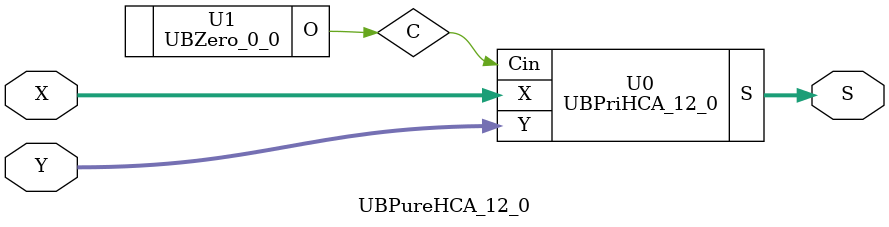
<source format=v>
/*----------------------------------------------------------------------------
  Copyright (c) 2021 Homma laboratory. All rights reserved.

  Top module: UBHCA_12_0_12_0

  Operand-1 length: 13
  Operand-2 length: 13
  Two-operand addition algorithm: Han-Carlson adder
----------------------------------------------------------------------------*/

module GPGenerator(Go, Po, A, B);
  output Go;
  output Po;
  input A;
  input B;
  assign Go = A & B;
  assign Po = A ^ B;
endmodule

module CarryOperator(Go, Po, Gi1, Pi1, Gi2, Pi2);
  output Go;
  output Po;
  input Gi1;
  input Gi2;
  input Pi1;
  input Pi2;
  assign Go = Gi1 | ( Gi2 & Pi1 );
  assign Po = Pi1 & Pi2;
endmodule

module UBPriHCA_12_0(S, X, Y, Cin);
  output [13:0] S;
  input Cin;
  input [12:0] X;
  input [12:0] Y;
  wire [12:0] G0;
  wire [12:0] G1;
  wire [12:0] G2;
  wire [12:0] G3;
  wire [12:0] G4;
  wire [12:0] G5;
  wire [12:0] P0;
  wire [12:0] P1;
  wire [12:0] P2;
  wire [12:0] P3;
  wire [12:0] P4;
  wire [12:0] P5;
  assign P1[0] = P0[0];
  assign G1[0] = G0[0];
  assign P1[2] = P0[2];
  assign G1[2] = G0[2];
  assign P1[4] = P0[4];
  assign G1[4] = G0[4];
  assign P1[6] = P0[6];
  assign G1[6] = G0[6];
  assign P1[8] = P0[8];
  assign G1[8] = G0[8];
  assign P1[10] = P0[10];
  assign G1[10] = G0[10];
  assign P1[12] = P0[12];
  assign G1[12] = G0[12];
  assign P2[0] = P1[0];
  assign G2[0] = G1[0];
  assign P2[1] = P1[1];
  assign G2[1] = G1[1];
  assign P2[2] = P1[2];
  assign G2[2] = G1[2];
  assign P2[4] = P1[4];
  assign G2[4] = G1[4];
  assign P2[6] = P1[6];
  assign G2[6] = G1[6];
  assign P2[8] = P1[8];
  assign G2[8] = G1[8];
  assign P2[10] = P1[10];
  assign G2[10] = G1[10];
  assign P2[12] = P1[12];
  assign G2[12] = G1[12];
  assign P3[0] = P2[0];
  assign G3[0] = G2[0];
  assign P3[1] = P2[1];
  assign G3[1] = G2[1];
  assign P3[2] = P2[2];
  assign G3[2] = G2[2];
  assign P3[3] = P2[3];
  assign G3[3] = G2[3];
  assign P3[4] = P2[4];
  assign G3[4] = G2[4];
  assign P3[6] = P2[6];
  assign G3[6] = G2[6];
  assign P3[8] = P2[8];
  assign G3[8] = G2[8];
  assign P3[10] = P2[10];
  assign G3[10] = G2[10];
  assign P3[12] = P2[12];
  assign G3[12] = G2[12];
  assign P4[0] = P3[0];
  assign G4[0] = G3[0];
  assign P4[1] = P3[1];
  assign G4[1] = G3[1];
  assign P4[2] = P3[2];
  assign G4[2] = G3[2];
  assign P4[3] = P3[3];
  assign G4[3] = G3[3];
  assign P4[4] = P3[4];
  assign G4[4] = G3[4];
  assign P4[5] = P3[5];
  assign G4[5] = G3[5];
  assign P4[6] = P3[6];
  assign G4[6] = G3[6];
  assign P4[7] = P3[7];
  assign G4[7] = G3[7];
  assign P4[8] = P3[8];
  assign G4[8] = G3[8];
  assign P4[10] = P3[10];
  assign G4[10] = G3[10];
  assign P4[12] = P3[12];
  assign G4[12] = G3[12];
  assign P5[0] = P4[0];
  assign G5[0] = G4[0];
  assign P5[1] = P4[1];
  assign G5[1] = G4[1];
  assign P5[3] = P4[3];
  assign G5[3] = G4[3];
  assign P5[5] = P4[5];
  assign G5[5] = G4[5];
  assign P5[7] = P4[7];
  assign G5[7] = G4[7];
  assign P5[9] = P4[9];
  assign G5[9] = G4[9];
  assign P5[11] = P4[11];
  assign G5[11] = G4[11];
  assign S[0] = Cin ^ P0[0];
  assign S[1] = ( G5[0] | ( P5[0] & Cin ) ) ^ P0[1];
  assign S[2] = ( G5[1] | ( P5[1] & Cin ) ) ^ P0[2];
  assign S[3] = ( G5[2] | ( P5[2] & Cin ) ) ^ P0[3];
  assign S[4] = ( G5[3] | ( P5[3] & Cin ) ) ^ P0[4];
  assign S[5] = ( G5[4] | ( P5[4] & Cin ) ) ^ P0[5];
  assign S[6] = ( G5[5] | ( P5[5] & Cin ) ) ^ P0[6];
  assign S[7] = ( G5[6] | ( P5[6] & Cin ) ) ^ P0[7];
  assign S[8] = ( G5[7] | ( P5[7] & Cin ) ) ^ P0[8];
  assign S[9] = ( G5[8] | ( P5[8] & Cin ) ) ^ P0[9];
  assign S[10] = ( G5[9] | ( P5[9] & Cin ) ) ^ P0[10];
  assign S[11] = ( G5[10] | ( P5[10] & Cin ) ) ^ P0[11];
  assign S[12] = ( G5[11] | ( P5[11] & Cin ) ) ^ P0[12];
  assign S[13] = G5[12] | ( P5[12] & Cin );
  GPGenerator U0 (G0[0], P0[0], X[0], Y[0]);
  GPGenerator U1 (G0[1], P0[1], X[1], Y[1]);
  GPGenerator U2 (G0[2], P0[2], X[2], Y[2]);
  GPGenerator U3 (G0[3], P0[3], X[3], Y[3]);
  GPGenerator U4 (G0[4], P0[4], X[4], Y[4]);
  GPGenerator U5 (G0[5], P0[5], X[5], Y[5]);
  GPGenerator U6 (G0[6], P0[6], X[6], Y[6]);
  GPGenerator U7 (G0[7], P0[7], X[7], Y[7]);
  GPGenerator U8 (G0[8], P0[8], X[8], Y[8]);
  GPGenerator U9 (G0[9], P0[9], X[9], Y[9]);
  GPGenerator U10 (G0[10], P0[10], X[10], Y[10]);
  GPGenerator U11 (G0[11], P0[11], X[11], Y[11]);
  GPGenerator U12 (G0[12], P0[12], X[12], Y[12]);
  CarryOperator U13 (G1[1], P1[1], G0[1], P0[1], G0[0], P0[0]);
  CarryOperator U14 (G1[3], P1[3], G0[3], P0[3], G0[2], P0[2]);
  CarryOperator U15 (G1[5], P1[5], G0[5], P0[5], G0[4], P0[4]);
  CarryOperator U16 (G1[7], P1[7], G0[7], P0[7], G0[6], P0[6]);
  CarryOperator U17 (G1[9], P1[9], G0[9], P0[9], G0[8], P0[8]);
  CarryOperator U18 (G1[11], P1[11], G0[11], P0[11], G0[10], P0[10]);
  CarryOperator U19 (G2[3], P2[3], G1[3], P1[3], G1[1], P1[1]);
  CarryOperator U20 (G2[5], P2[5], G1[5], P1[5], G1[3], P1[3]);
  CarryOperator U21 (G2[7], P2[7], G1[7], P1[7], G1[5], P1[5]);
  CarryOperator U22 (G2[9], P2[9], G1[9], P1[9], G1[7], P1[7]);
  CarryOperator U23 (G2[11], P2[11], G1[11], P1[11], G1[9], P1[9]);
  CarryOperator U24 (G3[5], P3[5], G2[5], P2[5], G2[1], P2[1]);
  CarryOperator U25 (G3[7], P3[7], G2[7], P2[7], G2[3], P2[3]);
  CarryOperator U26 (G3[9], P3[9], G2[9], P2[9], G2[5], P2[5]);
  CarryOperator U27 (G3[11], P3[11], G2[11], P2[11], G2[7], P2[7]);
  CarryOperator U28 (G4[9], P4[9], G3[9], P3[9], G3[1], P3[1]);
  CarryOperator U29 (G4[11], P4[11], G3[11], P3[11], G3[3], P3[3]);
  CarryOperator U30 (G5[2], P5[2], G4[2], P4[2], G4[1], P4[1]);
  CarryOperator U31 (G5[4], P5[4], G4[4], P4[4], G4[3], P4[3]);
  CarryOperator U32 (G5[6], P5[6], G4[6], P4[6], G4[5], P4[5]);
  CarryOperator U33 (G5[8], P5[8], G4[8], P4[8], G4[7], P4[7]);
  CarryOperator U34 (G5[10], P5[10], G4[10], P4[10], G4[9], P4[9]);
  CarryOperator U35 (G5[12], P5[12], G4[12], P4[12], G4[11], P4[11]);
endmodule

module UBZero_0_0(O);
  output [0:0] O;
  assign O[0] = 0;
endmodule

module UBHCA_12_0_12_0 (S, X, Y);
  output [13:0] S;
  input [12:0] X;
  input [12:0] Y;
  UBPureHCA_12_0 U0 (S[13:0], X[12:0], Y[12:0]);
endmodule

module UBPureHCA_12_0 (S, X, Y);
  output [13:0] S;
  input [12:0] X;
  input [12:0] Y;
  wire C;
  UBPriHCA_12_0 U0 (S, X, Y, C);
  UBZero_0_0 U1 (C);
endmodule


</source>
